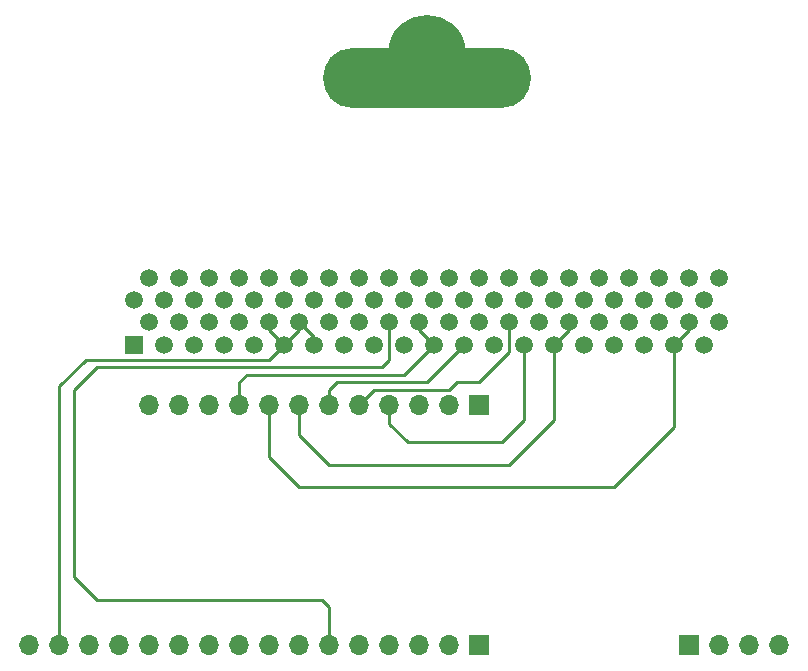
<source format=gbl>
G04 #@! TF.GenerationSoftware,KiCad,Pcbnew,(6.0.5-0)*
G04 #@! TF.CreationDate,2022-06-27T15:48:44+01:00*
G04 #@! TF.ProjectId,microbit_eink_feather_adaptor,6d696372-6f62-4697-945f-65696e6b5f66,rev?*
G04 #@! TF.SameCoordinates,Original*
G04 #@! TF.FileFunction,Copper,L2,Bot*
G04 #@! TF.FilePolarity,Positive*
%FSLAX46Y46*%
G04 Gerber Fmt 4.6, Leading zero omitted, Abs format (unit mm)*
G04 Created by KiCad (PCBNEW (6.0.5-0)) date 2022-06-27 15:48:44*
%MOMM*%
%LPD*%
G01*
G04 APERTURE LIST*
G04 #@! TA.AperFunction,ComponentPad*
%ADD10O,1.700000X1.700000*%
G04 #@! TD*
G04 #@! TA.AperFunction,ComponentPad*
%ADD11R,1.700000X1.700000*%
G04 #@! TD*
G04 #@! TA.AperFunction,WasherPad*
%ADD12O,17.600000X5.100000*%
G04 #@! TD*
G04 #@! TA.AperFunction,WasherPad*
%ADD13C,6.600000*%
G04 #@! TD*
G04 #@! TA.AperFunction,ComponentPad*
%ADD14R,1.500000X1.500000*%
G04 #@! TD*
G04 #@! TA.AperFunction,ComponentPad*
%ADD15C,1.500000*%
G04 #@! TD*
G04 #@! TA.AperFunction,Conductor*
%ADD16C,0.250000*%
G04 #@! TD*
G04 APERTURE END LIST*
D10*
X120620000Y-97800000D03*
X118080000Y-97800000D03*
X115540000Y-97800000D03*
D11*
X113000000Y-97800000D03*
D12*
X90800000Y-49800000D03*
D13*
X90800000Y-47800000D03*
D11*
X95250000Y-97790000D03*
D10*
X92710000Y-97790000D03*
X90170000Y-97790000D03*
X87630000Y-97790000D03*
X85090000Y-97790000D03*
X82550000Y-97790000D03*
X80010000Y-97790000D03*
X77470000Y-97790000D03*
X74930000Y-97790000D03*
X72390000Y-97790000D03*
X69850000Y-97790000D03*
X67310000Y-97790000D03*
X64770000Y-97790000D03*
X62230000Y-97790000D03*
X59690000Y-97790000D03*
X57150000Y-97790000D03*
D11*
X95250000Y-77470000D03*
D10*
X92710000Y-77470000D03*
X90170000Y-77470000D03*
X87630000Y-77470000D03*
X85090000Y-77470000D03*
X82550000Y-77470000D03*
X80010000Y-77470000D03*
X77470000Y-77470000D03*
X74930000Y-77470000D03*
X72390000Y-77470000D03*
X69850000Y-77470000D03*
X67310000Y-77470000D03*
D14*
X66040000Y-72390000D03*
D15*
X66040000Y-68590000D03*
X67310000Y-70490000D03*
X67310000Y-66690000D03*
X68580000Y-72390000D03*
X68580000Y-68590000D03*
X69850000Y-70490000D03*
X69850000Y-66690000D03*
X71120000Y-72390000D03*
X71120000Y-68590000D03*
X72390000Y-70490000D03*
X72390000Y-66690000D03*
X73660000Y-72390000D03*
X73660000Y-68590000D03*
X74930000Y-70490000D03*
X74930000Y-66690000D03*
X76200000Y-72390000D03*
X76200000Y-68590000D03*
X77470000Y-70490000D03*
X77470000Y-66690000D03*
X78740000Y-72390000D03*
X78740000Y-68590000D03*
X80010000Y-70490000D03*
X80010000Y-66690000D03*
X81280000Y-72390000D03*
X81280000Y-68590000D03*
X82550000Y-70490000D03*
X82550000Y-66690000D03*
X83820000Y-72390000D03*
X83820000Y-68590000D03*
X85090000Y-70490000D03*
X85090000Y-66690000D03*
X86360000Y-72390000D03*
X86360000Y-68590000D03*
X87630000Y-70490000D03*
X87630000Y-66690000D03*
X88900000Y-72390000D03*
X88900000Y-68590000D03*
X90170000Y-70490000D03*
X90170000Y-66690000D03*
X91440000Y-72390000D03*
X91440000Y-68590000D03*
X92710000Y-70490000D03*
X92710000Y-66690000D03*
X93980000Y-72390000D03*
X93980000Y-68590000D03*
X95250000Y-70490000D03*
X95250000Y-66690000D03*
X96520000Y-72390000D03*
X96520000Y-68590000D03*
X97790000Y-70490000D03*
X97790000Y-66690000D03*
X99060000Y-72390000D03*
X99060000Y-68590000D03*
X100330000Y-70490000D03*
X100330000Y-66690000D03*
X101600000Y-72390000D03*
X101600000Y-68590000D03*
X102870000Y-70490000D03*
X102870000Y-66690000D03*
X104140000Y-72390000D03*
X104140000Y-68590000D03*
X105410000Y-70490000D03*
X105410000Y-66690000D03*
X106680000Y-72390000D03*
X106680000Y-68590000D03*
X107950000Y-70490000D03*
X107950000Y-66690000D03*
X109220000Y-72390000D03*
X109220000Y-68590000D03*
X110490000Y-70490000D03*
X110490000Y-66690000D03*
X111760000Y-72390000D03*
X111760000Y-68590000D03*
X113030000Y-70490000D03*
X113030000Y-66690000D03*
X114300000Y-72390000D03*
X114300000Y-68590000D03*
X115570000Y-70490000D03*
X115570000Y-66690000D03*
D16*
X62865000Y-74295000D02*
X86995000Y-74295000D01*
X62865000Y-93980000D02*
X60960000Y-92075000D01*
X86995000Y-74295000D02*
X87630000Y-73660000D01*
X60960000Y-92075000D02*
X60960000Y-76200000D01*
X87630000Y-73660000D02*
X87630000Y-70490000D01*
X82550000Y-94615000D02*
X81915000Y-93980000D01*
X81915000Y-93980000D02*
X62865000Y-93980000D01*
X60960000Y-76200000D02*
X62865000Y-74295000D01*
X82550000Y-97790000D02*
X82550000Y-94615000D01*
X77470000Y-73660000D02*
X61912500Y-73660000D01*
X77470000Y-71120000D02*
X78740000Y-72390000D01*
X77470000Y-70490000D02*
X77470000Y-71120000D01*
X81280000Y-71760000D02*
X80010000Y-70490000D01*
X81280000Y-72390000D02*
X81280000Y-71760000D01*
X80010000Y-71120000D02*
X78740000Y-72390000D01*
X78740000Y-72390000D02*
X77470000Y-73660000D01*
X80010000Y-70490000D02*
X80010000Y-71120000D01*
X59690000Y-75882500D02*
X59690000Y-97790000D01*
X61912500Y-73660000D02*
X59690000Y-75882500D01*
X99060000Y-78740000D02*
X97155000Y-80645000D01*
X87630000Y-79057500D02*
X87630000Y-77470000D01*
X99060000Y-72390000D02*
X99060000Y-78740000D01*
X97155000Y-80645000D02*
X89217500Y-80645000D01*
X89217500Y-80645000D02*
X87630000Y-79057500D01*
X97790000Y-70490000D02*
X97790000Y-73025000D01*
X92710000Y-76200000D02*
X86360000Y-76200000D01*
X93345000Y-75565000D02*
X92710000Y-76200000D01*
X95250000Y-75565000D02*
X93345000Y-75565000D01*
X86360000Y-76200000D02*
X85090000Y-77470000D01*
X97790000Y-73025000D02*
X95250000Y-75565000D01*
X82550000Y-76200000D02*
X82550000Y-77470000D01*
X83185000Y-75565000D02*
X82550000Y-76200000D01*
X90805000Y-75565000D02*
X83185000Y-75565000D01*
X93980000Y-72390000D02*
X90805000Y-75565000D01*
X102870000Y-71120000D02*
X101600000Y-72390000D01*
X80010000Y-80010000D02*
X80010000Y-77470000D01*
X102870000Y-70490000D02*
X102870000Y-71120000D01*
X97790000Y-82550000D02*
X82550000Y-82550000D01*
X101600000Y-78740000D02*
X97790000Y-82550000D01*
X82550000Y-82550000D02*
X80010000Y-80010000D01*
X101600000Y-72390000D02*
X101600000Y-78740000D01*
X111760000Y-79375000D02*
X106680000Y-84455000D01*
X113030000Y-70490000D02*
X113030000Y-71120000D01*
X80010000Y-84455000D02*
X77470000Y-81915000D01*
X77470000Y-81915000D02*
X77470000Y-77470000D01*
X111760000Y-72390000D02*
X111760000Y-79375000D01*
X113030000Y-71120000D02*
X111760000Y-72390000D01*
X106680000Y-84455000D02*
X80010000Y-84455000D01*
X75565000Y-74930000D02*
X74930000Y-75565000D01*
X88900000Y-74930000D02*
X75565000Y-74930000D01*
X90170000Y-71120000D02*
X91440000Y-72390000D01*
X90170000Y-70490000D02*
X90170000Y-71120000D01*
X74930000Y-75565000D02*
X74930000Y-77470000D01*
X91440000Y-72390000D02*
X88900000Y-74930000D01*
M02*

</source>
